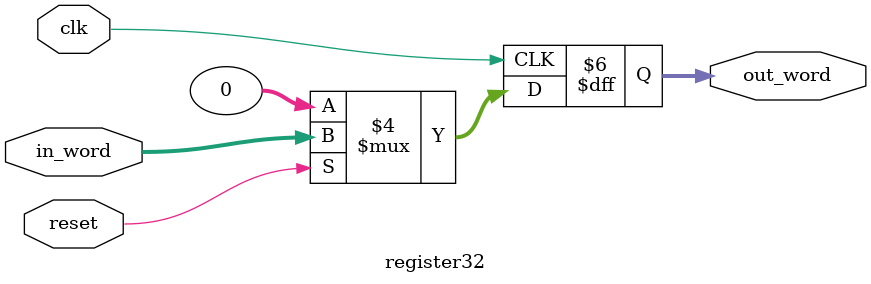
<source format=sv>
`timescale 1ns/1ps
module register32(
    input logic clk, reset,
    input logic [31:0]in_word,
    output logic [31:0]out_word
);

always_ff@(posedge clk)begin
    if (~reset)
        begin
            out_word <= 32'b0;
        end
    else
        begin
            out_word <= in_word;
        end
end

endmodule

</source>
